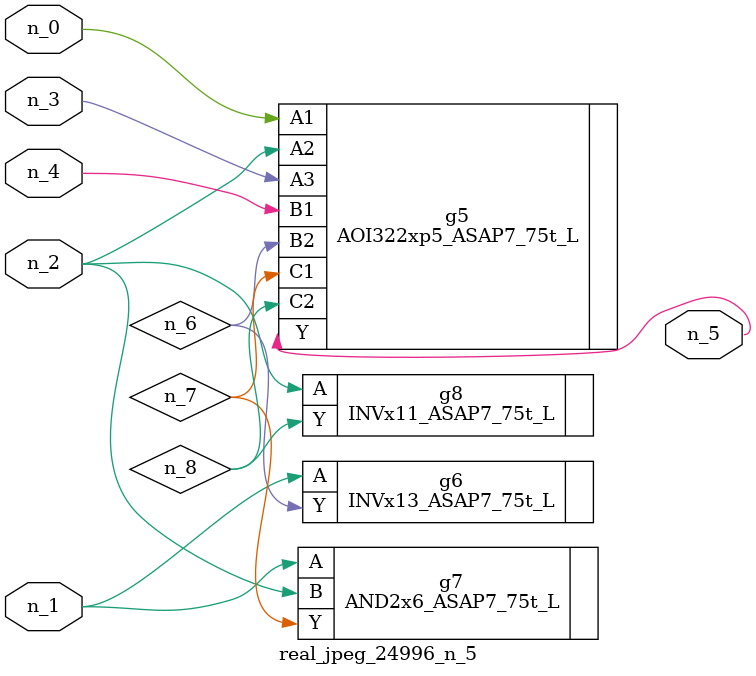
<source format=v>
module real_jpeg_24996_n_5 (n_4, n_0, n_1, n_2, n_3, n_5);

input n_4;
input n_0;
input n_1;
input n_2;
input n_3;

output n_5;

wire n_8;
wire n_6;
wire n_7;

AOI322xp5_ASAP7_75t_L g5 ( 
.A1(n_0),
.A2(n_2),
.A3(n_3),
.B1(n_4),
.B2(n_6),
.C1(n_7),
.C2(n_8),
.Y(n_5)
);

INVx13_ASAP7_75t_L g6 ( 
.A(n_1),
.Y(n_6)
);

AND2x6_ASAP7_75t_L g7 ( 
.A(n_1),
.B(n_2),
.Y(n_7)
);

INVx11_ASAP7_75t_L g8 ( 
.A(n_2),
.Y(n_8)
);


endmodule
</source>
